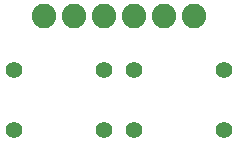
<source format=gbr>
%TF.GenerationSoftware,KiCad,Pcbnew,(5.1.9)-1*%
%TF.CreationDate,2021-04-24T16:12:05+02:00*%
%TF.ProjectId,PwdToken,50776454-6f6b-4656-9e2e-6b696361645f,rev?*%
%TF.SameCoordinates,Original*%
%TF.FileFunction,Soldermask,Bot*%
%TF.FilePolarity,Negative*%
%FSLAX46Y46*%
G04 Gerber Fmt 4.6, Leading zero omitted, Abs format (unit mm)*
G04 Created by KiCad (PCBNEW (5.1.9)-1) date 2021-04-24 16:12:05*
%MOMM*%
%LPD*%
G01*
G04 APERTURE LIST*
%ADD10C,1.397000*%
%ADD11C,2.082800*%
G04 APERTURE END LIST*
D10*
%TO.C,SW1*%
X83820000Y-50860001D03*
X83820000Y-45780001D03*
X91440000Y-50860001D03*
X91440000Y-45780001D03*
%TD*%
D11*
%TO.C,J2*%
X99060000Y-41148000D03*
X96520000Y-41148000D03*
X93980000Y-41148000D03*
X91440000Y-41148000D03*
X88900000Y-41148000D03*
X86360000Y-41148000D03*
%TD*%
D10*
%TO.C,SW2*%
X93980000Y-50800000D03*
X93980000Y-45720000D03*
X101600000Y-50800000D03*
X101600000Y-45720000D03*
%TD*%
M02*

</source>
